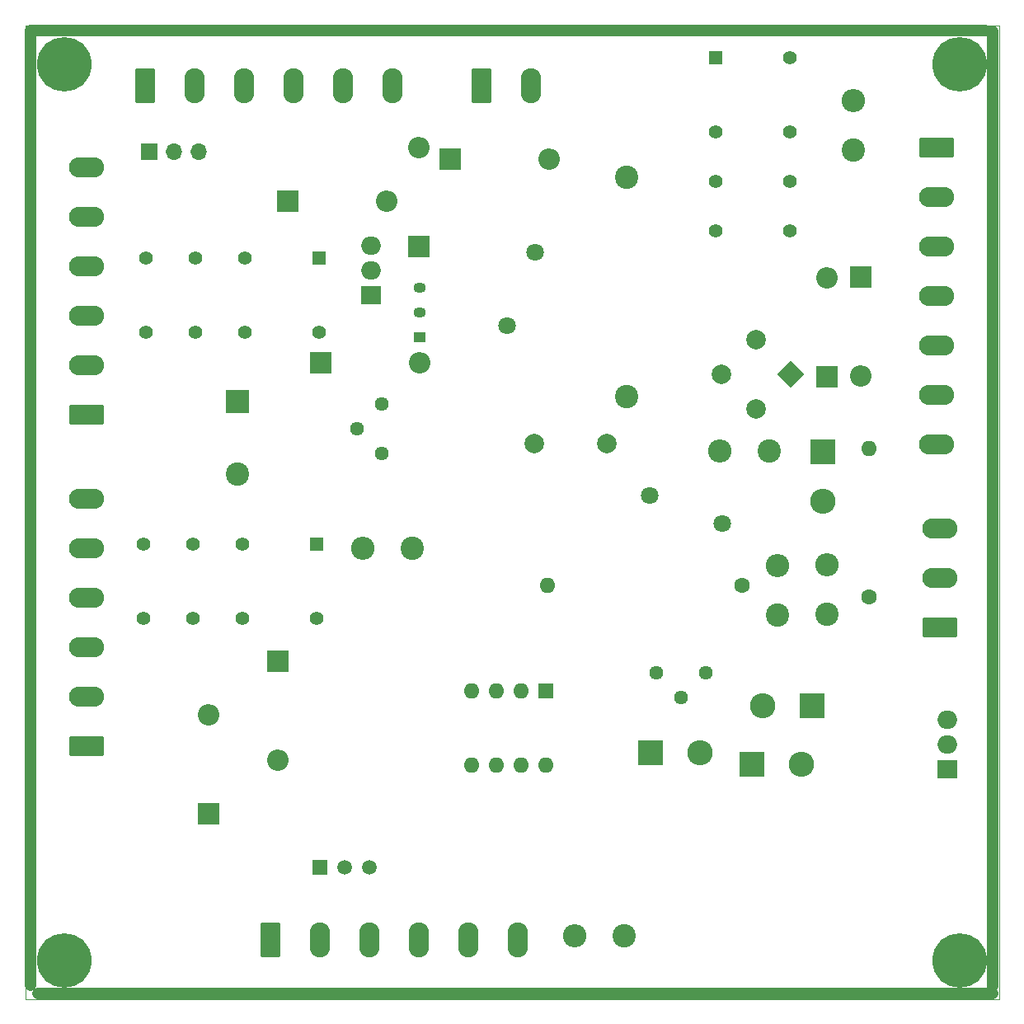
<source format=gbr>
%TF.GenerationSoftware,KiCad,Pcbnew,8.0.0*%
%TF.CreationDate,2024-02-29T13:53:57+01:00*%
%TF.ProjectId,G2-Control,47322d43-6f6e-4747-926f-6c2e6b696361,rev?*%
%TF.SameCoordinates,Original*%
%TF.FileFunction,Soldermask,Bot*%
%TF.FilePolarity,Negative*%
%FSLAX46Y46*%
G04 Gerber Fmt 4.6, Leading zero omitted, Abs format (unit mm)*
G04 Created by KiCad (PCBNEW 8.0.0) date 2024-02-29 13:53:57*
%MOMM*%
%LPD*%
G01*
G04 APERTURE LIST*
G04 Aperture macros list*
%AMRoundRect*
0 Rectangle with rounded corners*
0 $1 Rounding radius*
0 $2 $3 $4 $5 $6 $7 $8 $9 X,Y pos of 4 corners*
0 Add a 4 corners polygon primitive as box body*
4,1,4,$2,$3,$4,$5,$6,$7,$8,$9,$2,$3,0*
0 Add four circle primitives for the rounded corners*
1,1,$1+$1,$2,$3*
1,1,$1+$1,$4,$5*
1,1,$1+$1,$6,$7*
1,1,$1+$1,$8,$9*
0 Add four rect primitives between the rounded corners*
20,1,$1+$1,$2,$3,$4,$5,0*
20,1,$1+$1,$4,$5,$6,$7,0*
20,1,$1+$1,$6,$7,$8,$9,0*
20,1,$1+$1,$8,$9,$2,$3,0*%
%AMHorizOval*
0 Thick line with rounded ends*
0 $1 width*
0 $2 $3 position (X,Y) of the first rounded end (center of the circle)*
0 $4 $5 position (X,Y) of the second rounded end (center of the circle)*
0 Add line between two ends*
20,1,$1,$2,$3,$4,$5,0*
0 Add two circle primitives to create the rounded ends*
1,1,$1,$2,$3*
1,1,$1,$4,$5*%
%AMRotRect*
0 Rectangle, with rotation*
0 The origin of the aperture is its center*
0 $1 length*
0 $2 width*
0 $3 Rotation angle, in degrees counterclockwise*
0 Add horizontal line*
21,1,$1,$2,0,0,$3*%
G04 Aperture macros list end*
%ADD10C,1.200000*%
%ADD11R,2.600000X2.600000*%
%ADD12O,2.600000X2.600000*%
%ADD13R,2.000000X1.905000*%
%ADD14O,2.000000X1.905000*%
%ADD15C,1.600000*%
%ADD16O,1.600000X1.600000*%
%ADD17C,5.600000*%
%ADD18R,1.500000X1.500000*%
%ADD19C,1.500000*%
%ADD20C,2.400000*%
%ADD21O,2.400000X2.400000*%
%ADD22R,2.200000X2.200000*%
%ADD23O,2.200000X2.200000*%
%ADD24C,1.800000*%
%ADD25R,1.400000X1.400000*%
%ADD26C,1.400000*%
%ADD27RoundRect,0.249999X-0.790001X-1.550001X0.790001X-1.550001X0.790001X1.550001X-0.790001X1.550001X0*%
%ADD28O,2.080000X3.600000*%
%ADD29R,1.300000X1.050000*%
%ADD30O,1.300000X1.050000*%
%ADD31RoundRect,0.249999X1.550001X-0.790001X1.550001X0.790001X-1.550001X0.790001X-1.550001X-0.790001X0*%
%ADD32O,3.600000X2.080000*%
%ADD33RotRect,2.000000X2.000000X225.000000*%
%ADD34HorizOval,2.000000X0.000000X0.000000X0.000000X0.000000X0*%
%ADD35R,1.700000X1.700000*%
%ADD36O,1.700000X1.700000*%
%ADD37RoundRect,0.249999X-1.550001X0.790001X-1.550001X-0.790001X1.550001X-0.790001X1.550001X0.790001X0*%
%ADD38R,1.600000X1.600000*%
%ADD39C,2.000000*%
%ADD40C,1.440000*%
%ADD41R,2.400000X2.400000*%
%TA.AperFunction,Profile*%
%ADD42C,0.100000*%
%TD*%
G04 APERTURE END LIST*
D10*
X80534213Y-40518069D02*
X80534213Y-138562069D01*
X81367131Y-139418112D02*
X179411131Y-139418112D01*
X179392624Y-40588276D02*
X179392624Y-138632276D01*
X178578213Y-40518069D02*
X80534213Y-40518069D01*
D11*
%TO.C,D7*%
X160828213Y-109876069D03*
D12*
X155748213Y-109876069D03*
%TD*%
D13*
%TO.C,Q1*%
X174693213Y-116376069D03*
D14*
X174693213Y-113836069D03*
X174693213Y-111296069D03*
%TD*%
D15*
%TO.C,C8*%
X153653213Y-97541069D03*
D16*
X133653213Y-97541069D03*
%TD*%
D17*
%TO.C,H1*%
X176000000Y-44000000D03*
%TD*%
%TO.C,H4*%
X176000000Y-136000000D03*
%TD*%
D15*
%TO.C,LK3*%
X166708213Y-98676069D03*
D16*
X166708213Y-83436069D03*
%TD*%
D18*
%TO.C,Q4*%
X110252213Y-126466069D03*
D19*
X112792213Y-126466069D03*
X115332213Y-126466069D03*
%TD*%
D20*
%TO.C,R10*%
X157278213Y-100531069D03*
D21*
X157278213Y-95451069D03*
%TD*%
D11*
%TO.C,D1*%
X144268213Y-114686069D03*
D12*
X149348213Y-114686069D03*
%TD*%
D17*
%TO.C,H3*%
X84000000Y-136000000D03*
%TD*%
D22*
%TO.C,D9*%
X165820213Y-65818069D03*
D23*
X165820213Y-75978069D03*
%TD*%
D13*
%TO.C,Q6*%
X115515213Y-67696069D03*
D14*
X115515213Y-65156069D03*
X115515213Y-62616069D03*
%TD*%
D23*
%TO.C,D14*%
X133830000Y-53750000D03*
D22*
X123670000Y-53750000D03*
%TD*%
D24*
%TO.C,VDR2*%
X129503213Y-70811069D03*
X132403213Y-63311069D03*
%TD*%
D20*
%TO.C,R15*%
X156403213Y-83686069D03*
D21*
X151323213Y-83686069D03*
%TD*%
D22*
%TO.C,D13*%
X105958213Y-105296069D03*
D23*
X105958213Y-115456069D03*
%TD*%
D25*
%TO.C,K1*%
X150892213Y-43344569D03*
D26*
X150892213Y-50964569D03*
X150892213Y-56044569D03*
X150892213Y-61124569D03*
X158512213Y-61124569D03*
X158512213Y-56044569D03*
X158512213Y-50964569D03*
X158512213Y-43344569D03*
%TD*%
D22*
%TO.C,D10*%
X162373013Y-76078069D03*
D23*
X162373013Y-65918069D03*
%TD*%
D20*
%TO.C,C9*%
X141748213Y-78131069D03*
X141748213Y-55631069D03*
%TD*%
D27*
%TO.C,J1*%
X105172213Y-133946069D03*
D28*
X110252213Y-133946069D03*
X115332213Y-133946069D03*
X120412213Y-133946069D03*
X125492213Y-133946069D03*
X130572213Y-133946069D03*
%TD*%
D20*
%TO.C,R13*%
X165068213Y-52776069D03*
D21*
X165068213Y-47696069D03*
%TD*%
D29*
%TO.C,Q3*%
X120558213Y-72046069D03*
D30*
X120558213Y-69506069D03*
X120558213Y-66966069D03*
%TD*%
D31*
%TO.C,J2*%
X173960713Y-101826069D03*
D32*
X173960713Y-96746069D03*
X173960713Y-91666069D03*
%TD*%
D27*
%TO.C,J104*%
X92318213Y-46186069D03*
D28*
X97398213Y-46186069D03*
X102478213Y-46186069D03*
X107558213Y-46186069D03*
X112638213Y-46186069D03*
X117718213Y-46186069D03*
%TD*%
D33*
%TO.C,BR1*%
X158618747Y-75824069D03*
D34*
X155083213Y-72288535D03*
X151547679Y-75824069D03*
X155083213Y-79359603D03*
%TD*%
D20*
%TO.C,R21*%
X141485000Y-133500000D03*
D21*
X136405000Y-133500000D03*
%TD*%
D17*
%TO.C,H2*%
X84000000Y-44000000D03*
%TD*%
D22*
%TO.C,D12*%
X106950213Y-58044069D03*
D23*
X117110213Y-58044069D03*
%TD*%
D27*
%TO.C,J4*%
X126910000Y-46202500D03*
D28*
X131990000Y-46202500D03*
%TD*%
D31*
%TO.C,J103*%
X86338213Y-114004069D03*
D32*
X86338213Y-108924069D03*
X86338213Y-103844069D03*
X86338213Y-98764069D03*
X86338213Y-93684069D03*
X86338213Y-88604069D03*
%TD*%
D11*
%TO.C,D8*%
X161888213Y-83821069D03*
D12*
X161888213Y-88901069D03*
%TD*%
D22*
%TO.C,D15*%
X110358213Y-74636069D03*
D23*
X120518213Y-74636069D03*
%TD*%
D20*
%TO.C,R28*%
X119723213Y-93716069D03*
D21*
X114643213Y-93716069D03*
%TD*%
D22*
%TO.C,D16*%
X120430000Y-62750000D03*
D23*
X120430000Y-52590000D03*
%TD*%
D35*
%TO.C,JP101*%
X92741213Y-52964069D03*
D36*
X95281213Y-52964069D03*
X97821213Y-52964069D03*
%TD*%
D37*
%TO.C,J3*%
X173581789Y-52548877D03*
D32*
X173581789Y-57628877D03*
X173581789Y-62708877D03*
X173581789Y-67788877D03*
X173581789Y-72868877D03*
X173581789Y-77948877D03*
X173581789Y-83028877D03*
%TD*%
D38*
%TO.C,U2*%
X133483213Y-108346069D03*
D16*
X130943213Y-108346069D03*
X128403213Y-108346069D03*
X125863213Y-108346069D03*
X125863213Y-115966069D03*
X128403213Y-115966069D03*
X130943213Y-115966069D03*
X133483213Y-115966069D03*
%TD*%
D25*
%TO.C,K2*%
X110219713Y-63933569D03*
D26*
X102599713Y-63933569D03*
X97519713Y-63933569D03*
X92439713Y-63933569D03*
X92439713Y-71553569D03*
X97519713Y-71553569D03*
X102599713Y-71553569D03*
X110219713Y-71553569D03*
%TD*%
D31*
%TO.C,J102*%
X86348213Y-79946069D03*
D32*
X86348213Y-74866069D03*
X86348213Y-69786069D03*
X86348213Y-64706069D03*
X86348213Y-59626069D03*
X86348213Y-54546069D03*
%TD*%
D25*
%TO.C,K3*%
X109948213Y-93296069D03*
D26*
X102328213Y-93296069D03*
X97248213Y-93296069D03*
X92168213Y-93296069D03*
X92168213Y-100916069D03*
X97248213Y-100916069D03*
X102328213Y-100916069D03*
X109948213Y-100916069D03*
%TD*%
D39*
%TO.C,C10*%
X139783213Y-82936069D03*
X132283213Y-82936069D03*
%TD*%
D40*
%TO.C,RV1*%
X144796213Y-106446069D03*
X147336213Y-108986069D03*
X149876213Y-106446069D03*
%TD*%
D41*
%TO.C,C17*%
X101810000Y-78602220D03*
D20*
X101810000Y-86102220D03*
%TD*%
D22*
%TO.C,D17*%
X98888213Y-120996069D03*
D23*
X98888213Y-110836069D03*
%TD*%
D24*
%TO.C,VDR1*%
X144114213Y-88282069D03*
X151614213Y-91182069D03*
%TD*%
D40*
%TO.C,RV2*%
X116658213Y-78866069D03*
X114118213Y-81406069D03*
X116658213Y-83946069D03*
%TD*%
D11*
%TO.C,D2*%
X154663213Y-115896069D03*
D12*
X159743213Y-115896069D03*
%TD*%
D20*
%TO.C,R8*%
X162336213Y-100514069D03*
D21*
X162336213Y-95434069D03*
%TD*%
D42*
X80026213Y-40010069D02*
X180017449Y-40010069D01*
X180017449Y-140001305D01*
X80026213Y-140001305D01*
X80026213Y-40010069D01*
M02*

</source>
